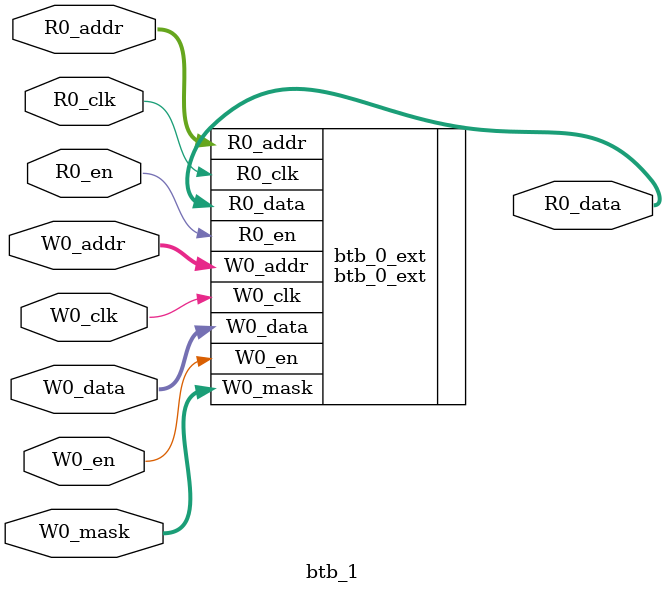
<source format=sv>
`ifndef RANDOMIZE
  `ifdef RANDOMIZE_REG_INIT
    `define RANDOMIZE
  `endif // RANDOMIZE_REG_INIT
`endif // not def RANDOMIZE
`ifndef RANDOMIZE
  `ifdef RANDOMIZE_MEM_INIT
    `define RANDOMIZE
  `endif // RANDOMIZE_MEM_INIT
`endif // not def RANDOMIZE

`ifndef RANDOM
  `define RANDOM $random
`endif // not def RANDOM

// Users can define 'PRINTF_COND' to add an extra gate to prints.
`ifndef PRINTF_COND_
  `ifdef PRINTF_COND
    `define PRINTF_COND_ (`PRINTF_COND)
  `else  // PRINTF_COND
    `define PRINTF_COND_ 1
  `endif // PRINTF_COND
`endif // not def PRINTF_COND_

// Users can define 'ASSERT_VERBOSE_COND' to add an extra gate to assert error printing.
`ifndef ASSERT_VERBOSE_COND_
  `ifdef ASSERT_VERBOSE_COND
    `define ASSERT_VERBOSE_COND_ (`ASSERT_VERBOSE_COND)
  `else  // ASSERT_VERBOSE_COND
    `define ASSERT_VERBOSE_COND_ 1
  `endif // ASSERT_VERBOSE_COND
`endif // not def ASSERT_VERBOSE_COND_

// Users can define 'STOP_COND' to add an extra gate to stop conditions.
`ifndef STOP_COND_
  `ifdef STOP_COND
    `define STOP_COND_ (`STOP_COND)
  `else  // STOP_COND
    `define STOP_COND_ 1
  `endif // STOP_COND
`endif // not def STOP_COND_

// Users can define INIT_RANDOM as general code that gets injected into the
// initializer block for modules with registers.
`ifndef INIT_RANDOM
  `define INIT_RANDOM
`endif // not def INIT_RANDOM

// If using random initialization, you can also define RANDOMIZE_DELAY to
// customize the delay used, otherwise 0.002 is used.
`ifndef RANDOMIZE_DELAY
  `define RANDOMIZE_DELAY 0.002
`endif // not def RANDOMIZE_DELAY

// Define INIT_RANDOM_PROLOG_ for use in our modules below.
`ifndef INIT_RANDOM_PROLOG_
  `ifdef RANDOMIZE
    `ifdef VERILATOR
      `define INIT_RANDOM_PROLOG_ `INIT_RANDOM
    `else  // VERILATOR
      `define INIT_RANDOM_PROLOG_ `INIT_RANDOM #`RANDOMIZE_DELAY begin end
    `endif // VERILATOR
  `else  // RANDOMIZE
    `define INIT_RANDOM_PROLOG_
  `endif // RANDOMIZE
`endif // not def INIT_RANDOM_PROLOG_

module btb_1(	// @[btb.scala:66:47]
  input  [6:0]  R0_addr,
  input         R0_en,
                R0_clk,
  input  [6:0]  W0_addr,
  input         W0_en,
                W0_clk,
  input  [55:0] W0_data,
  input  [3:0]  W0_mask,
  output [55:0] R0_data
);

  btb_0_ext btb_0_ext (	// @[btb.scala:66:47]
    .R0_addr (R0_addr),
    .R0_en   (R0_en),
    .R0_clk  (R0_clk),
    .W0_addr (W0_addr),
    .W0_en   (W0_en),
    .W0_clk  (W0_clk),
    .W0_data (W0_data),
    .W0_mask (W0_mask),
    .R0_data (R0_data)
  );
endmodule


</source>
